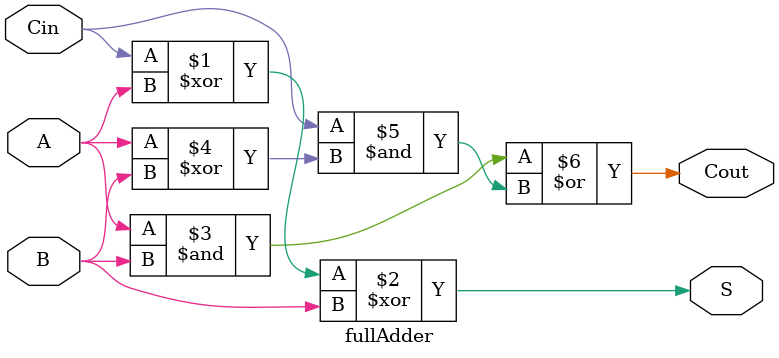
<source format=v>
module top(Cin, A, B, Cout, S);

// Verilog code goes here.
    input Cin;
    input[7:0] A;
    input[7:0] B;
    output[7:0] S;
    output Cout;

    adder8Bit U0(Cin, A, B, Cout, S);

endmodule

module adder8Bit(Cin, A, B, Cout, S);

    input Cin;
    input[7:0] A,B;
    output Cout;
    output[7:0] S;
    wire[6:0] W;

    fullAdder U0(.Cin(Cin), .A(A[0]), .B(B[0]), .Cout(W[0]), .S(S[0]));
    fullAdder U1(.Cin(W[0]), .A(A[1]), .B(B[1]), .Cout(W[1]), .S(S[1]));
    fullAdder U2(.Cin(W[1]), .A(A[2]), .B(B[2]), .Cout(W[2]), .S(S[2]));
    fullAdder U3(.Cin(W[2]), .A(A[3]), .B(B[3]), .Cout(W[3]), .S(S[3]));
    fullAdder U4(.Cin(W[3]), .A(A[4]), .B(B[4]), .Cout(W[4]), .S(S[4]));
    fullAdder U5(.Cin(W[4]), .A(A[5]), .B(B[5]), .Cout(W[5]), .S(S[5]));
    fullAdder U6(.Cin(W[5]), .A(A[6]), .B(B[6]), .Cout(W[6]), .S(S[6]));
    fullAdder U7(.Cin(W[6]), .A(A[7]), .B(B[7]), .Cout(Cout), .S(S[7]));


endmodule


module adder4Bit(Cin, A, B, Cout, S);
    input Cin; 
    input[3:0] A;
    input[3:0] B;
    wire[2:0] C;
    output Cout;
    output[3:0] S;

    fullAdder U0 (.Cin(Cin), .A(A[0]), .B(B[0]), .Cout(C[0]), .S(S[0]));
    fullAdder U1 (.Cin(C[0]), .A(A[1]), .B(B[1]), .Cout(C[1]), .S(S[1]));
    fullAdder U2 (.Cin(C[1]), .A(A[2]), .B(B[2]), .Cout(C[2]), .S(S[2]));
    fullAdder U3 (.Cin(C[2]), .A(A[3]), .B(B[3]), .Cout(Cout), .S(S[3]));

endmodule

// Additional modules go here (if necessary).

module fullAdder(Cin, A, B, Cout, S);

    input Cin, A, B;
    output Cout, S;
    
    assign S = Cin ^ A ^ B;
    assign Cout = A&B | Cin&(A^B);

endmodule
</source>
